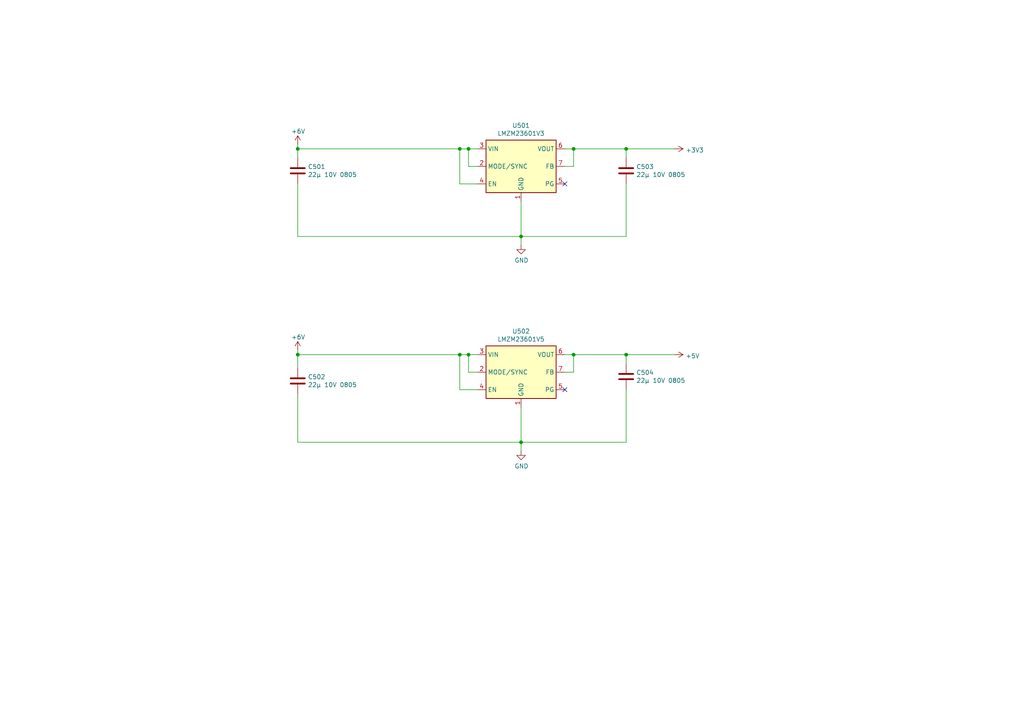
<source format=kicad_sch>
(kicad_sch (version 20231120) (generator "eeschema") (generator_version "8.0")
  (paper "A4")
  (title_block (title "Micro-Motor V2.2") (date "2021-07-31") (rev "1") (company "Roboterclub Aachen e.V.") (comment 1 "Raphael Lehmann"))
  (lib_symbols
    (symbol "Device:C" (pin_numbers hide) (pin_names (offset 0.254))
      (property "Reference" "C" (at 0.635 2.54 0))
      (property "Value" "C" (at 0.635 -2.54 0))
      (symbol "C_0_1"
        (polyline (pts (xy -2.032 -0.762) (xy 2.032 -0.762)) (stroke (width 0.508)))
        (polyline (pts (xy -2.032 0.762) (xy 2.032 0.762)) (stroke (width 0.508)))
      )
      (symbol "C_1_1"
        (pin passive line (at 0 3.81 270) (length 2.794) (name "~") (number "1"))
        (pin passive line (at 0 -3.81 90) (length 2.794) (name "~") (number "2"))
      )
    )
    (symbol "Regulator_Switching:LMZM23601V3"
      (property "Reference" "U" (at -8.89 8.89 0))
      (property "Value" "LMZM23601V3" (at 6.35 8.89 0))
      (symbol "LMZM23601V3_0_1"
        (rectangle (start -10.16 7.62) (end 10.16 -7.62) (stroke (width 0.254)) (fill (type background)))
      )
      (symbol "LMZM23601V3_1_1"
        (pin power_in line (at 0 -10.16 90) (length 2.54) (name "GND") (number "1"))
        (pin no_connect line (at -2.54 -7.62 90) (length 2.54) hide (name "~") (number "10"))
        (pin passive line (at 0 -10.16 90) (length 2.54) hide (name "GND") (number "11"))
        (pin input line (at -12.7 0 0) (length 2.54) (name "MODE/SYNC") (number "2"))
        (pin power_in line (at -12.7 5.08 0) (length 2.54) (name "VIN") (number "3"))
        (pin input line (at -12.7 -5.08 0) (length 2.54) (name "EN") (number "4"))
        (pin open_collector line (at 12.7 -5.08 180) (length 2.54) (name "PG") (number "5"))
        (pin power_out line (at 12.7 5.08 180) (length 2.54) (name "VOUT") (number "6"))
        (pin input line (at 12.7 0 180) (length 2.54) (name "FB") (number "7"))
        (pin no_connect line (at 5.08 -7.62 90) (length 2.54) hide (name "~") (number "8"))
        (pin no_connect line (at 2.54 -7.62 90) (length 2.54) hide (name "~") (number "9"))
      )
    )
    (symbol "Regulator_Switching:LMZM23601V5"
      (property "Reference" "U" (at -8.89 8.89 0))
      (property "Value" "LMZM23601V5" (at 6.35 8.89 0))
      (symbol "LMZM23601V5_0_1"
        (rectangle (start -10.16 7.62) (end 10.16 -7.62) (stroke (width 0.254)) (fill (type background)))
      )
      (symbol "LMZM23601V5_1_1"
        (pin power_in line (at 0 -10.16 90) (length 2.54) (name "GND") (number "1"))
        (pin no_connect line (at -2.54 -7.62 90) (length 2.54) hide (name "~") (number "10"))
        (pin passive line (at 0 -10.16 90) (length 2.54) hide (name "GND") (number "11"))
        (pin input line (at -12.7 0 0) (length 2.54) (name "MODE/SYNC") (number "2"))
        (pin power_in line (at -12.7 5.08 0) (length 2.54) (name "VIN") (number "3"))
        (pin input line (at -12.7 -5.08 0) (length 2.54) (name "EN") (number "4"))
        (pin open_collector line (at 12.7 -5.08 180) (length 2.54) (name "PG") (number "5"))
        (pin power_out line (at 12.7 5.08 180) (length 2.54) (name "VOUT") (number "6"))
        (pin input line (at 12.7 0 180) (length 2.54) (name "FB") (number "7"))
        (pin no_connect line (at 5.08 -7.62 90) (length 2.54) hide (name "~") (number "8"))
        (pin no_connect line (at 2.54 -7.62 90) (length 2.54) hide (name "~") (number "9"))
      )
    )
    (symbol "power:+3V3" (power) (pin_names (offset 0))
      (property "Value" "+3V3" (at 0 3.556 0))
      (symbol "+3V3_0_1"
        (polyline (pts (xy -0.762 1.27) (xy 0 2.54)))
        (polyline (pts (xy 0 0) (xy 0 2.54)))
        (polyline (pts (xy 0 2.54) (xy 0.762 1.27)))
      )
      (symbol "+3V3_1_1"
        (pin power_in line (at 0 0 90) (length 0) hide (name "+3V3") (number "1"))
      )
    )
    (symbol "power:+5V" (power) (pin_names (offset 0))
      (property "Value" "+5V" (at 0 3.556 0))
      (symbol "+5V_0_1"
        (polyline (pts (xy -0.762 1.27) (xy 0 2.54)))
        (polyline (pts (xy 0 0) (xy 0 2.54)))
        (polyline (pts (xy 0 2.54) (xy 0.762 1.27)))
      )
      (symbol "+5V_1_1"
        (pin power_in line (at 0 0 90) (length 0) hide (name "+5V") (number "1"))
      )
    )
    (symbol "power:+6V" (power) (pin_names (offset 0))
      (property "Value" "+6V" (at 0 3.556 0))
      (symbol "+6V_0_1"
        (polyline (pts (xy -0.762 1.27) (xy 0 2.54)))
        (polyline (pts (xy 0 0) (xy 0 2.54)))
        (polyline (pts (xy 0 2.54) (xy 0.762 1.27)))
      )
      (symbol "+6V_1_1"
        (pin power_in line (at 0 0 90) (length 0) hide (name "+6V") (number "1"))
      )
    )
    (symbol "power:GND" (power) (pin_names (offset 0))
      (property "Value" "GND" (at 0 -3.81 0))
      (symbol "GND_0_1"
        (polyline (pts (xy 0 0) (xy 0 -1.27) (xy 1.27 -1.27) (xy 0 -2.54) (xy -1.27 -1.27) (xy 0 -1.27)))
      )
      (symbol "GND_1_1"
        (pin power_in line (at 0 0 270) (length 0) hide (name "GND") (number "1"))
      )
    )
  )
  (junction (at 166.37 43.18))
  (junction (at 181.61 102.87))
  (junction (at 86.36 43.18))
  (junction (at 86.36 102.87))
  (junction (at 133.35 43.18))
  (junction (at 151.13 68.58))
  (junction (at 135.89 43.18))
  (junction (at 151.13 128.27))
  (junction (at 181.61 43.18))
  (junction (at 166.37 102.87))
  (junction (at 133.35 102.87))
  (junction (at 135.89 102.87))
  (no_connect (at 163.83 53.34))
  (no_connect (at 163.83 113.03))
  (wire (pts (xy 181.61 128.27) (xy 151.13 128.27)))
  (wire (pts (xy 86.36 68.58) (xy 151.13 68.58)))
  (wire (pts (xy 151.13 128.27) (xy 151.13 130.81)))
  (wire (pts (xy 138.43 48.26) (xy 135.89 48.26)))
  (wire (pts (xy 133.35 113.03) (xy 133.35 102.87)))
  (wire (pts (xy 166.37 43.18) (xy 181.61 43.18)))
  (wire (pts (xy 138.43 107.95) (xy 135.89 107.95)))
  (wire (pts (xy 166.37 48.26) (xy 166.37 43.18)))
  (wire (pts (xy 181.61 102.87) (xy 195.58 102.87)))
  (wire (pts (xy 86.36 114.3) (xy 86.36 128.27)))
  (wire (pts (xy 135.89 102.87) (xy 138.43 102.87)))
  (wire (pts (xy 135.89 48.26) (xy 135.89 43.18)))
  (wire (pts (xy 86.36 128.27) (xy 151.13 128.27)))
  (wire (pts (xy 181.61 43.18) (xy 195.58 43.18)))
  (wire (pts (xy 133.35 102.87) (xy 135.89 102.87)))
  (wire (pts (xy 151.13 68.58) (xy 151.13 71.12)))
  (wire (pts (xy 86.36 101.6) (xy 86.36 102.87)))
  (wire (pts (xy 86.36 45.72) (xy 86.36 43.18)))
  (wire (pts (xy 86.36 106.68) (xy 86.36 102.87)))
  (wire (pts (xy 151.13 128.27) (xy 151.13 118.11)))
  (wire (pts (xy 133.35 43.18) (xy 86.36 43.18)))
  (wire (pts (xy 133.35 53.34) (xy 133.35 43.18)))
  (wire (pts (xy 166.37 102.87) (xy 181.61 102.87)))
  (wire (pts (xy 138.43 43.18) (xy 135.89 43.18)))
  (wire (pts (xy 151.13 58.42) (xy 151.13 68.58)))
  (wire (pts (xy 166.37 107.95) (xy 166.37 102.87)))
  (wire (pts (xy 135.89 107.95) (xy 135.89 102.87)))
  (wire (pts (xy 135.89 43.18) (xy 133.35 43.18)))
  (wire (pts (xy 181.61 128.27) (xy 181.61 113.03)))
  (wire (pts (xy 163.83 43.18) (xy 166.37 43.18)))
  (wire (pts (xy 86.36 41.91) (xy 86.36 43.18)))
  (wire (pts (xy 181.61 43.18) (xy 181.61 45.72)))
  (wire (pts (xy 86.36 53.34) (xy 86.36 68.58)))
  (wire (pts (xy 138.43 53.34) (xy 133.35 53.34)))
  (wire (pts (xy 138.43 113.03) (xy 133.35 113.03)))
  (wire (pts (xy 86.36 102.87) (xy 133.35 102.87)))
  (wire (pts (xy 151.13 68.58) (xy 181.61 68.58)))
  (wire (pts (xy 181.61 68.58) (xy 181.61 53.34)))
  (wire (pts (xy 163.83 102.87) (xy 166.37 102.87)))
  (wire (pts (xy 163.83 48.26) (xy 166.37 48.26)))
  (wire (pts (xy 163.83 107.95) (xy 166.37 107.95)))
  (wire (pts (xy 181.61 102.87) (xy 181.61 105.41)))
  (symbol (lib_id "Device:C") (at 86.36 110.49 0) (unit 1)
    (property "Reference" "C502" (at 89.281 109.3216 0) (effects (justify left)))
    (property "Value" "22µ 10V 0805" (at 89.281 111.633 0) (effects (justify left)))
    (property "Footprint" "Capacitor_SMD:C_0805_2012Metric" (effects (hide yes)))
  )
  (symbol (lib_id "power:+6V") (at 86.36 101.6 0) (unit 1)
    (property "Reference" "#PWR0502" (effects (hide yes)))
    (property "Value" "+6V" (at 84.455 97.79 0) (effects (justify left)))
  )
  (symbol (lib_id "Device:C") (at 181.61 49.53 0) (unit 1)
    (property "Reference" "C503" (at 184.531 48.3616 0) (effects (justify left)))
    (property "Value" "22µ 10V 0805" (at 184.531 50.673 0) (effects (justify left)))
    (property "Footprint" "Capacitor_SMD:C_0805_2012Metric" (effects (hide yes)))
  )
  (symbol (lib_id "Device:C") (at 86.36 49.53 0) (unit 1)
    (property "Reference" "C501" (at 89.281 48.3616 0) (effects (justify left)))
    (property "Value" "22µ 10V 0805" (at 89.281 50.673 0) (effects (justify left)))
    (property "Footprint" "Capacitor_SMD:C_0805_2012Metric" (effects (hide yes)))
  )
  (symbol (lib_id "power:GND") (at 151.13 71.12 0) (unit 1)
    (property "Reference" "#PWR0503" (effects (hide yes)))
    (property "Value" "GND" (at 151.257 75.5142 0))
  )
  (symbol (lib_id "power:+6V") (at 86.36 41.91 0) (unit 1)
    (property "Reference" "#PWR0501" (effects (hide yes)))
    (property "Value" "+6V" (at 84.455 38.1 0) (effects (justify left)))
  )
  (symbol (lib_id "Device:C") (at 181.61 109.22 0) (unit 1)
    (property "Reference" "C504" (at 184.531 108.0516 0) (effects (justify left)))
    (property "Value" "22µ 10V 0805" (at 184.531 110.363 0) (effects (justify left)))
    (property "Footprint" "Capacitor_SMD:C_0805_2012Metric" (effects (hide yes)))
  )
  (symbol (lib_id "power:GND") (at 151.13 130.81 0) (unit 1)
    (property "Reference" "#PWR0504" (effects (hide yes)))
    (property "Value" "GND" (at 151.257 135.2042 0))
  )
  (symbol (lib_id "power:+3V3") (at 195.58 43.18 270) (unit 1)
    (property "Reference" "#PWR0505" (effects (hide yes)))
    (property "Value" "+3V3" (at 198.8312 43.561 90) (effects (justify left)))
  )
  (symbol (lib_id "power:+5V") (at 195.58 102.87 270) (unit 1)
    (property "Reference" "#PWR0506" (effects (hide yes)))
    (property "Value" "+5V" (at 198.8312 103.251 90) (effects (justify left)))
  )
  (symbol (lib_id "Regulator_Switching:LMZM23601V3") (at 151.13 48.26 0) (unit 1)
    (property "Reference" "U501" (at 151.13 36.3982 0))
    (property "Value" "LMZM23601V3" (at 151.13 38.7096 0))
    (property "Footprint" "Package_LGA:Texas_SIL0010A_MicroSiP-10-1EP_3.8x3mm_P0.6mm_EP0.7x2.9mm" (effects (hide yes)))
    (property "Datasheet" "http://www.ti.com/lit/ds/symlink/lmzm23601.pdf" (effects (hide yes)))
  )
  (symbol (lib_id "Regulator_Switching:LMZM23601V5") (at 151.13 107.95 0) (unit 1)
    (property "Reference" "U502" (at 151.13 96.0882 0))
    (property "Value" "LMZM23601V5" (at 151.13 98.3996 0))
    (property "Footprint" "Package_LGA:Texas_SIL0010A_MicroSiP-10-1EP_3.8x3mm_P0.6mm_EP0.7x2.9mm" (effects (hide yes)))
    (property "Datasheet" "http://www.ti.com/lit/ds/symlink/lmzm23601.pdf" (effects (hide yes)))
  )
)
</source>
